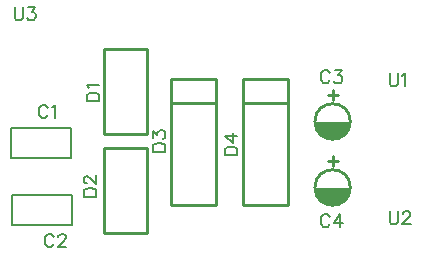
<source format=gto>
G04 ---------------------------- Layer name :TOP SILK LAYER*
G04 EasyEDA v5.8.22, Sun, 02 Dec 2018 06:11:37 GMT*
G04 d5963adffaad412e904dfcf3e3a13330*
G04 Gerber Generator version 0.2*
G04 Scale: 100 percent, Rotated: No, Reflected: No *
G04 Dimensions in inches *
G04 leading zeros omitted , absolute positions ,2 integer and 4 decimal *
%FSLAX24Y24*%
%MOIN*%
G90*
G70D02*

%ADD10C,0.010000*%
%ADD19C,0.007900*%
%ADD20C,0.009000*%
%ADD21C,0.007000*%

%LPD*%
G54D19*
G01X2388Y4369D02*
G01X388Y4369D01*
G01X388Y3369D01*
G01X2388Y3369D01*
G01X2388Y4369D01*
G01X411Y1130D02*
G01X2411Y1130D01*
G01X2411Y2130D01*
G01X411Y2130D01*
G01X411Y1130D01*
G54D10*
G01X10954Y5481D02*
G01X11264Y5481D01*
G01X11103Y5308D02*
G01X11103Y5638D01*
G01X10954Y3281D02*
G01X11264Y3281D01*
G01X11103Y3108D02*
G01X11103Y3438D01*
G01X4908Y7017D02*
G01X4908Y4182D01*
G01X4908Y4182D02*
G01X3491Y4182D01*
G01X3491Y4182D02*
G01X3491Y7017D01*
G01X3491Y7017D02*
G01X4908Y7017D01*
G01X3491Y882D02*
G01X3491Y3717D01*
G01X3491Y3717D02*
G01X4908Y3717D01*
G01X4908Y3717D02*
G01X4908Y882D01*
G01X4908Y882D02*
G01X3491Y882D01*
G54D20*
G01X5700Y1800D02*
G01X5700Y6000D01*
G01X7200Y6000D01*
G01X7200Y1800D01*
G01X5700Y1800D01*
G01X5700Y5200D02*
G01X7200Y5200D01*
G01X8100Y1800D02*
G01X8100Y6000D01*
G01X9600Y6000D01*
G01X9600Y1800D01*
G01X8100Y1800D01*
G01X8100Y5200D02*
G01X9600Y5200D01*
G54D21*
G01X1607Y5042D02*
G01X1586Y5084D01*
G01X1544Y5125D01*
G01X1505Y5144D01*
G01X1423Y5144D01*
G01X1382Y5125D01*
G01X1340Y5084D01*
G01X1319Y5042D01*
G01X1300Y4982D01*
G01X1300Y4880D01*
G01X1319Y4817D01*
G01X1340Y4776D01*
G01X1382Y4736D01*
G01X1423Y4715D01*
G01X1505Y4715D01*
G01X1544Y4736D01*
G01X1586Y4776D01*
G01X1607Y4817D01*
G01X1742Y5063D02*
G01X1782Y5084D01*
G01X1844Y5144D01*
G01X1844Y4715D01*
G01X1807Y742D02*
G01X1786Y784D01*
G01X1744Y825D01*
G01X1705Y844D01*
G01X1623Y844D01*
G01X1582Y825D01*
G01X1540Y784D01*
G01X1519Y742D01*
G01X1500Y682D01*
G01X1500Y580D01*
G01X1519Y517D01*
G01X1540Y476D01*
G01X1582Y436D01*
G01X1623Y415D01*
G01X1705Y415D01*
G01X1744Y436D01*
G01X1786Y476D01*
G01X1807Y517D01*
G01X1961Y742D02*
G01X1961Y763D01*
G01X1982Y805D01*
G01X2003Y825D01*
G01X2044Y844D01*
G01X2126Y844D01*
G01X2167Y825D01*
G01X2186Y805D01*
G01X2207Y763D01*
G01X2207Y723D01*
G01X2186Y682D01*
G01X2146Y619D01*
G01X1942Y415D01*
G01X2228Y415D01*
G01X11006Y6198D02*
G01X10985Y6238D01*
G01X10944Y6280D01*
G01X10905Y6300D01*
G01X10822Y6300D01*
G01X10781Y6280D01*
G01X10740Y6238D01*
G01X10719Y6198D01*
G01X10700Y6136D01*
G01X10700Y6034D01*
G01X10719Y5973D01*
G01X10740Y5932D01*
G01X10781Y5890D01*
G01X10822Y5871D01*
G01X10905Y5871D01*
G01X10944Y5890D01*
G01X10985Y5932D01*
G01X11006Y5973D01*
G01X11182Y6300D02*
G01X11407Y6300D01*
G01X11285Y6136D01*
G01X11346Y6136D01*
G01X11386Y6115D01*
G01X11407Y6096D01*
G01X11427Y6034D01*
G01X11427Y5994D01*
G01X11407Y5932D01*
G01X11367Y5890D01*
G01X11305Y5871D01*
G01X11243Y5871D01*
G01X11182Y5890D01*
G01X11161Y5911D01*
G01X11142Y5953D01*
G01X11006Y1398D02*
G01X10985Y1438D01*
G01X10944Y1480D01*
G01X10905Y1500D01*
G01X10822Y1500D01*
G01X10781Y1480D01*
G01X10740Y1438D01*
G01X10719Y1398D01*
G01X10700Y1336D01*
G01X10700Y1234D01*
G01X10719Y1173D01*
G01X10740Y1132D01*
G01X10781Y1090D01*
G01X10822Y1071D01*
G01X10905Y1071D01*
G01X10944Y1090D01*
G01X10985Y1132D01*
G01X11006Y1173D01*
G01X11346Y1500D02*
G01X11142Y1213D01*
G01X11448Y1213D01*
G01X11346Y1500D02*
G01X11346Y1071D01*
G01X2900Y5276D02*
G01X3329Y5276D01*
G01X2900Y5276D02*
G01X2900Y5419D01*
G01X2920Y5480D01*
G01X2961Y5521D01*
G01X3002Y5542D01*
G01X3063Y5561D01*
G01X3165Y5561D01*
G01X3227Y5542D01*
G01X3268Y5521D01*
G01X3309Y5480D01*
G01X3329Y5419D01*
G01X3329Y5276D01*
G01X2981Y5696D02*
G01X2961Y5738D01*
G01X2900Y5800D01*
G01X3329Y5800D01*
G01X2800Y2091D02*
G01X3228Y2091D01*
G01X2800Y2091D02*
G01X2800Y2234D01*
G01X2819Y2296D01*
G01X2861Y2336D01*
G01X2901Y2357D01*
G01X2963Y2377D01*
G01X3065Y2377D01*
G01X3126Y2357D01*
G01X3167Y2336D01*
G01X3209Y2296D01*
G01X3228Y2234D01*
G01X3228Y2091D01*
G01X2901Y2533D02*
G01X2880Y2533D01*
G01X2840Y2553D01*
G01X2819Y2574D01*
G01X2800Y2615D01*
G01X2800Y2696D01*
G01X2819Y2737D01*
G01X2840Y2758D01*
G01X2880Y2778D01*
G01X2921Y2778D01*
G01X2963Y2758D01*
G01X3025Y2717D01*
G01X3228Y2512D01*
G01X3228Y2799D01*
G01X5100Y3591D02*
G01X5529Y3591D01*
G01X5100Y3591D02*
G01X5100Y3734D01*
G01X5120Y3796D01*
G01X5161Y3836D01*
G01X5202Y3857D01*
G01X5263Y3877D01*
G01X5365Y3877D01*
G01X5427Y3857D01*
G01X5468Y3836D01*
G01X5509Y3796D01*
G01X5529Y3734D01*
G01X5529Y3591D01*
G01X5100Y4053D02*
G01X5100Y4278D01*
G01X5263Y4156D01*
G01X5263Y4217D01*
G01X5284Y4258D01*
G01X5304Y4278D01*
G01X5365Y4299D01*
G01X5406Y4299D01*
G01X5468Y4278D01*
G01X5509Y4237D01*
G01X5529Y4176D01*
G01X5529Y4115D01*
G01X5509Y4053D01*
G01X5488Y4033D01*
G01X5447Y4012D01*
G01X7500Y3471D02*
G01X7929Y3471D01*
G01X7500Y3471D02*
G01X7500Y3615D01*
G01X7520Y3676D01*
G01X7561Y3717D01*
G01X7602Y3738D01*
G01X7663Y3757D01*
G01X7765Y3757D01*
G01X7827Y3738D01*
G01X7868Y3717D01*
G01X7909Y3676D01*
G01X7929Y3615D01*
G01X7929Y3471D01*
G01X7500Y4098D02*
G01X7786Y3892D01*
G01X7786Y4200D01*
G01X7500Y4098D02*
G01X7929Y4098D01*
G01X13000Y6200D02*
G01X13000Y5894D01*
G01X13019Y5832D01*
G01X13060Y5790D01*
G01X13122Y5771D01*
G01X13164Y5771D01*
G01X13225Y5790D01*
G01X13265Y5832D01*
G01X13285Y5894D01*
G01X13285Y6200D01*
G01X13421Y6119D02*
G01X13461Y6138D01*
G01X13523Y6200D01*
G01X13523Y5771D01*
G01X13000Y1600D02*
G01X13000Y1294D01*
G01X13019Y1232D01*
G01X13060Y1190D01*
G01X13122Y1171D01*
G01X13164Y1171D01*
G01X13225Y1190D01*
G01X13265Y1232D01*
G01X13285Y1294D01*
G01X13285Y1600D01*
G01X13442Y1498D02*
G01X13442Y1519D01*
G01X13461Y1559D01*
G01X13482Y1580D01*
G01X13523Y1600D01*
G01X13605Y1600D01*
G01X13646Y1580D01*
G01X13667Y1559D01*
G01X13686Y1519D01*
G01X13686Y1478D01*
G01X13667Y1436D01*
G01X13626Y1375D01*
G01X13421Y1171D01*
G01X13707Y1171D01*
G01X500Y8400D02*
G01X500Y8094D01*
G01X519Y8032D01*
G01X561Y7990D01*
G01X623Y7971D01*
G01X663Y7971D01*
G01X725Y7990D01*
G01X765Y8032D01*
G01X786Y8094D01*
G01X786Y8400D01*
G01X961Y8400D02*
G01X1186Y8400D01*
G01X1065Y8236D01*
G01X1126Y8236D01*
G01X1167Y8215D01*
G01X1186Y8196D01*
G01X1207Y8134D01*
G01X1207Y8094D01*
G01X1186Y8032D01*
G01X1146Y7990D01*
G01X1084Y7971D01*
G01X1023Y7971D01*
G01X961Y7990D01*
G01X942Y8011D01*
G01X921Y8053D01*
G54D10*
G75*
G01X11691Y4595D02*
G03X11691Y4595I-591J0D01*
G01*
G75*
G01X11691Y2395D02*
G03X11691Y2395I-591J0D01*
G01*

%LPD*%
G36*
G01X11690Y4575D02*
G01X10509Y4575D01*
G01X10509Y4575D01*
G01X10510Y4565D01*
G01X10511Y4555D01*
G01X10512Y4544D01*
G01X10513Y4534D01*
G01X10515Y4524D01*
G01X10517Y4514D01*
G01X10518Y4503D01*
G01X10520Y4493D01*
G01X10523Y4483D01*
G01X10525Y4473D01*
G01X10528Y4463D01*
G01X10530Y4453D01*
G01X10533Y4443D01*
G01X10536Y4433D01*
G01X10540Y4424D01*
G01X10543Y4414D01*
G01X10547Y4404D01*
G01X10551Y4395D01*
G01X10554Y4385D01*
G01X10559Y4375D01*
G01X10563Y4366D01*
G01X10567Y4357D01*
G01X10572Y4347D01*
G01X10577Y4338D01*
G01X10582Y4329D01*
G01X10587Y4320D01*
G01X10592Y4311D01*
G01X10597Y4302D01*
G01X10603Y4294D01*
G01X10609Y4285D01*
G01X10614Y4277D01*
G01X10620Y4268D01*
G01X10627Y4260D01*
G01X10633Y4252D01*
G01X10639Y4244D01*
G01X10646Y4236D01*
G01X10653Y4228D01*
G01X10659Y4220D01*
G01X10666Y4212D01*
G01X10674Y4205D01*
G01X10681Y4197D01*
G01X10688Y4190D01*
G01X10696Y4183D01*
G01X10703Y4176D01*
G01X10711Y4169D01*
G01X10719Y4163D01*
G01X10727Y4156D01*
G01X10735Y4150D01*
G01X10743Y4143D01*
G01X10751Y4137D01*
G01X10760Y4131D01*
G01X10768Y4125D01*
G01X10777Y4120D01*
G01X10786Y4114D01*
G01X10794Y4109D01*
G01X10803Y4103D01*
G01X10812Y4098D01*
G01X10821Y4093D01*
G01X10831Y4089D01*
G01X10840Y4084D01*
G01X10849Y4079D01*
G01X10859Y4075D01*
G01X10868Y4071D01*
G01X10878Y4067D01*
G01X10887Y4063D01*
G01X10897Y4060D01*
G01X10907Y4056D01*
G01X10916Y4053D01*
G01X10926Y4050D01*
G01X10936Y4047D01*
G01X10946Y4044D01*
G01X10956Y4042D01*
G01X10966Y4039D01*
G01X10976Y4037D01*
G01X10987Y4035D01*
G01X10997Y4033D01*
G01X11007Y4031D01*
G01X11017Y4030D01*
G01X11027Y4028D01*
G01X11038Y4027D01*
G01X11048Y4026D01*
G01X11058Y4025D01*
G01X11069Y4025D01*
G01X11079Y4024D01*
G01X11089Y4024D01*
G01X11100Y4024D01*
G01X11110Y4024D01*
G01X11120Y4024D01*
G01X11131Y4025D01*
G01X11141Y4025D01*
G01X11151Y4026D01*
G01X11161Y4027D01*
G01X11172Y4028D01*
G01X11182Y4030D01*
G01X11192Y4031D01*
G01X11202Y4033D01*
G01X11213Y4035D01*
G01X11223Y4037D01*
G01X11233Y4039D01*
G01X11243Y4042D01*
G01X11253Y4044D01*
G01X11263Y4047D01*
G01X11273Y4050D01*
G01X11283Y4053D01*
G01X11292Y4056D01*
G01X11302Y4060D01*
G01X11312Y4063D01*
G01X11321Y4067D01*
G01X11331Y4071D01*
G01X11340Y4075D01*
G01X11350Y4079D01*
G01X11359Y4084D01*
G01X11368Y4089D01*
G01X11378Y4093D01*
G01X11387Y4098D01*
G01X11396Y4103D01*
G01X11405Y4109D01*
G01X11413Y4114D01*
G01X11422Y4120D01*
G01X11431Y4125D01*
G01X11439Y4131D01*
G01X11448Y4137D01*
G01X11456Y4143D01*
G01X11464Y4150D01*
G01X11472Y4156D01*
G01X11480Y4163D01*
G01X11488Y4169D01*
G01X11496Y4176D01*
G01X11503Y4183D01*
G01X11511Y4190D01*
G01X11518Y4197D01*
G01X11526Y4205D01*
G01X11533Y4212D01*
G01X11540Y4220D01*
G01X11546Y4228D01*
G01X11553Y4236D01*
G01X11560Y4244D01*
G01X11566Y4252D01*
G01X11572Y4260D01*
G01X11579Y4268D01*
G01X11585Y4277D01*
G01X11590Y4285D01*
G01X11596Y4294D01*
G01X11602Y4302D01*
G01X11607Y4311D01*
G01X11612Y4320D01*
G01X11617Y4329D01*
G01X11622Y4338D01*
G01X11627Y4347D01*
G01X11632Y4357D01*
G01X11636Y4366D01*
G01X11640Y4375D01*
G01X11645Y4385D01*
G01X11649Y4394D01*
G01X11652Y4404D01*
G01X11656Y4414D01*
G01X11659Y4424D01*
G01X11663Y4433D01*
G01X11666Y4443D01*
G01X11669Y4453D01*
G01X11671Y4463D01*
G01X11674Y4473D01*
G01X11676Y4483D01*
G01X11679Y4493D01*
G01X11681Y4503D01*
G01X11683Y4514D01*
G01X11684Y4524D01*
G01X11686Y4534D01*
G01X11687Y4544D01*
G01X11688Y4554D01*
G01X11689Y4565D01*
G01X11690Y4575D01*
G01X11690Y4575D01*
G37*

%LPD*%
G36*
G01X11690Y2375D02*
G01X10509Y2375D01*
G01X10509Y2375D01*
G01X10510Y2365D01*
G01X10511Y2355D01*
G01X10512Y2344D01*
G01X10513Y2334D01*
G01X10515Y2324D01*
G01X10517Y2314D01*
G01X10518Y2303D01*
G01X10520Y2293D01*
G01X10523Y2283D01*
G01X10525Y2273D01*
G01X10528Y2263D01*
G01X10530Y2253D01*
G01X10533Y2243D01*
G01X10536Y2233D01*
G01X10540Y2224D01*
G01X10543Y2214D01*
G01X10547Y2204D01*
G01X10551Y2195D01*
G01X10554Y2185D01*
G01X10559Y2175D01*
G01X10563Y2166D01*
G01X10567Y2157D01*
G01X10572Y2147D01*
G01X10577Y2138D01*
G01X10582Y2129D01*
G01X10587Y2120D01*
G01X10592Y2111D01*
G01X10597Y2102D01*
G01X10603Y2094D01*
G01X10609Y2085D01*
G01X10614Y2077D01*
G01X10620Y2068D01*
G01X10627Y2060D01*
G01X10633Y2052D01*
G01X10639Y2044D01*
G01X10646Y2036D01*
G01X10653Y2028D01*
G01X10659Y2020D01*
G01X10666Y2012D01*
G01X10674Y2005D01*
G01X10681Y1997D01*
G01X10688Y1990D01*
G01X10696Y1983D01*
G01X10703Y1976D01*
G01X10711Y1969D01*
G01X10719Y1963D01*
G01X10727Y1956D01*
G01X10735Y1950D01*
G01X10743Y1943D01*
G01X10751Y1937D01*
G01X10760Y1931D01*
G01X10768Y1925D01*
G01X10777Y1920D01*
G01X10786Y1914D01*
G01X10794Y1909D01*
G01X10803Y1903D01*
G01X10812Y1898D01*
G01X10821Y1893D01*
G01X10831Y1889D01*
G01X10840Y1884D01*
G01X10849Y1879D01*
G01X10859Y1875D01*
G01X10868Y1871D01*
G01X10878Y1867D01*
G01X10887Y1863D01*
G01X10897Y1860D01*
G01X10907Y1856D01*
G01X10916Y1853D01*
G01X10926Y1850D01*
G01X10936Y1847D01*
G01X10946Y1844D01*
G01X10956Y1842D01*
G01X10966Y1839D01*
G01X10976Y1837D01*
G01X10987Y1835D01*
G01X10997Y1833D01*
G01X11007Y1831D01*
G01X11017Y1830D01*
G01X11027Y1828D01*
G01X11038Y1827D01*
G01X11048Y1826D01*
G01X11058Y1825D01*
G01X11069Y1825D01*
G01X11079Y1824D01*
G01X11089Y1824D01*
G01X11100Y1824D01*
G01X11110Y1824D01*
G01X11120Y1824D01*
G01X11131Y1825D01*
G01X11141Y1825D01*
G01X11151Y1826D01*
G01X11161Y1827D01*
G01X11172Y1828D01*
G01X11182Y1830D01*
G01X11192Y1831D01*
G01X11202Y1833D01*
G01X11213Y1835D01*
G01X11223Y1837D01*
G01X11233Y1839D01*
G01X11243Y1842D01*
G01X11253Y1844D01*
G01X11263Y1847D01*
G01X11273Y1850D01*
G01X11283Y1853D01*
G01X11292Y1856D01*
G01X11302Y1860D01*
G01X11312Y1863D01*
G01X11321Y1867D01*
G01X11331Y1871D01*
G01X11340Y1875D01*
G01X11350Y1879D01*
G01X11359Y1884D01*
G01X11368Y1889D01*
G01X11378Y1893D01*
G01X11387Y1898D01*
G01X11396Y1903D01*
G01X11405Y1909D01*
G01X11413Y1914D01*
G01X11422Y1920D01*
G01X11431Y1925D01*
G01X11439Y1931D01*
G01X11448Y1937D01*
G01X11456Y1943D01*
G01X11464Y1950D01*
G01X11472Y1956D01*
G01X11480Y1963D01*
G01X11488Y1969D01*
G01X11496Y1976D01*
G01X11503Y1983D01*
G01X11511Y1990D01*
G01X11518Y1997D01*
G01X11526Y2005D01*
G01X11533Y2012D01*
G01X11540Y2020D01*
G01X11546Y2028D01*
G01X11553Y2036D01*
G01X11560Y2044D01*
G01X11566Y2052D01*
G01X11572Y2060D01*
G01X11579Y2068D01*
G01X11585Y2077D01*
G01X11590Y2085D01*
G01X11596Y2094D01*
G01X11602Y2102D01*
G01X11607Y2111D01*
G01X11612Y2120D01*
G01X11617Y2129D01*
G01X11622Y2138D01*
G01X11627Y2147D01*
G01X11632Y2157D01*
G01X11636Y2166D01*
G01X11640Y2175D01*
G01X11645Y2185D01*
G01X11649Y2194D01*
G01X11652Y2204D01*
G01X11656Y2214D01*
G01X11659Y2224D01*
G01X11663Y2233D01*
G01X11666Y2243D01*
G01X11669Y2253D01*
G01X11671Y2263D01*
G01X11674Y2273D01*
G01X11676Y2283D01*
G01X11679Y2293D01*
G01X11681Y2303D01*
G01X11683Y2314D01*
G01X11684Y2324D01*
G01X11686Y2334D01*
G01X11687Y2344D01*
G01X11688Y2354D01*
G01X11689Y2365D01*
G01X11690Y2375D01*
G01X11690Y2375D01*
G37*
M00*
M02*

</source>
